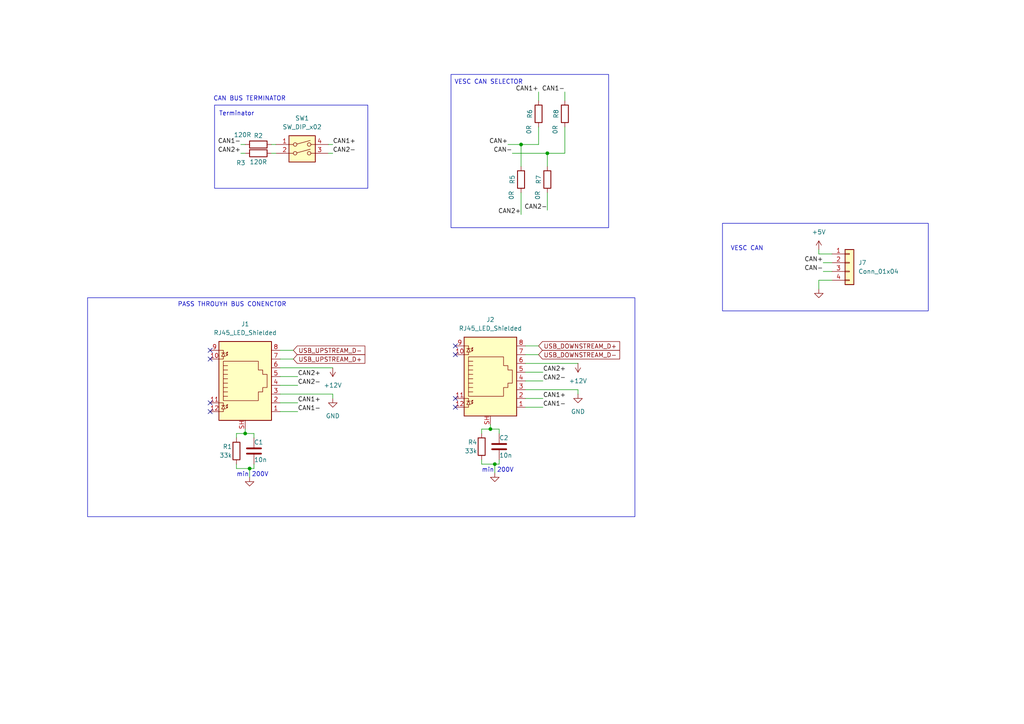
<source format=kicad_sch>
(kicad_sch (version 20231120) (generator "eeschema") (generator_version "8.0")
  (paper "A4")
  (lib_symbols
    (symbol "Connector:RJ45_LED_Shielded" (pin_names (offset 1.016))
      (property "Reference" "J" (at -5.08 13.97 0))
      (property "Value" "RJ45_LED_Shielded" (at 1.27 13.97 0))
      (symbol "RJ45_LED_Shielded_0_1"
        (polyline (pts (xy -7.62 -7.62) (xy -6.35 -7.62)))
        (polyline (pts (xy -7.62 -5.08) (xy -6.35 -5.08)))
        (polyline (pts (xy -7.62 7.62) (xy -6.35 7.62)))
        (polyline (pts (xy -7.62 10.16) (xy -6.35 10.16)))
        (polyline (pts (xy -6.858 -5.842) (xy -5.842 -5.842)))
        (polyline (pts (xy -6.858 9.398) (xy -5.842 9.398)))
        (polyline (pts (xy -6.35 -7.62) (xy -6.35 -6.858)))
        (polyline (pts (xy -6.35 -5.08) (xy -6.35 -5.842)))
        (polyline (pts (xy -6.35 7.62) (xy -6.35 8.382)))
        (polyline (pts (xy -6.35 10.16) (xy -6.35 9.398)))
        (polyline (pts (xy -5.08 -6.223) (xy -5.207 -6.604)))
        (polyline (pts (xy -5.08 -5.588) (xy -5.207 -5.969)))
        (polyline (pts (xy -5.08 4.445) (xy -6.35 4.445)))
        (polyline (pts (xy -5.08 5.715) (xy -6.35 5.715)))
        (polyline (pts (xy -5.08 9.017) (xy -5.207 8.636)))
        (polyline (pts (xy -5.08 9.652) (xy -5.207 9.271)))
        (polyline (pts (xy -6.35 -3.175) (xy -5.08 -3.175) (xy -5.08 -3.175)))
        (polyline (pts (xy -6.35 -1.905) (xy -5.08 -1.905) (xy -5.08 -1.905)))
        (polyline (pts (xy -6.35 -0.635) (xy -5.08 -0.635) (xy -5.08 -0.635)))
        (polyline (pts (xy -6.35 0.635) (xy -5.08 0.635) (xy -5.08 0.635)))
        (polyline (pts (xy -6.35 1.905) (xy -5.08 1.905) (xy -5.08 1.905)))
        (polyline (pts (xy -5.588 -6.731) (xy -5.08 -6.223) (xy -5.461 -6.35)))
        (polyline (pts (xy -5.588 -6.096) (xy -5.08 -5.588) (xy -5.461 -5.715)))
        (polyline (pts (xy -5.588 8.509) (xy -5.08 9.017) (xy -5.461 8.89)))
        (polyline (pts (xy -5.588 9.144) (xy -5.08 9.652) (xy -5.461 9.525)))
        (polyline (pts (xy -5.08 3.175) (xy -6.35 3.175) (xy -6.35 3.175)))
        (polyline (pts (xy -6.35 -5.842) (xy -6.858 -6.858) (xy -5.842 -6.858) (xy -6.35 -5.842)))
        (polyline (pts (xy -6.35 9.398) (xy -6.858 8.382) (xy -5.842 8.382) (xy -6.35 9.398)))
        (polyline (pts (xy -6.35 -4.445) (xy -6.35 6.985) (xy 3.81 6.985) (xy 3.81 4.445) (xy 5.08 4.445) (xy 5.08 3.175) (xy 6.35 3.175) (xy 6.35 -0.635) (xy 5.08 -0.635) (xy 5.08 -1.905) (xy 3.81 -1.905) (xy 3.81 -4.445) (xy -6.35 -4.445) (xy -6.35 -4.445)))
        (rectangle (start 7.62 12.7) (end -7.62 -10.16) (stroke (width 0.254)) (fill (type background)))
      )
      (symbol "RJ45_LED_Shielded_1_1"
        (pin passive line (at 10.16 -7.62 180) (length 2.54) (name "~") (number "1"))
        (pin passive line (at -10.16 7.62 0) (length 2.54) (name "~") (number "10"))
        (pin passive line (at -10.16 -5.08 0) (length 2.54) (name "~") (number "11"))
        (pin passive line (at -10.16 -7.62 0) (length 2.54) (name "~") (number "12"))
        (pin passive line (at 10.16 -5.08 180) (length 2.54) (name "~") (number "2"))
        (pin passive line (at 10.16 -2.54 180) (length 2.54) (name "~") (number "3"))
        (pin passive line (at 10.16 0 180) (length 2.54) (name "~") (number "4"))
        (pin passive line (at 10.16 2.54 180) (length 2.54) (name "~") (number "5"))
        (pin passive line (at 10.16 5.08 180) (length 2.54) (name "~") (number "6"))
        (pin passive line (at 10.16 7.62 180) (length 2.54) (name "~") (number "7"))
        (pin passive line (at 10.16 10.16 180) (length 2.54) (name "~") (number "8"))
        (pin passive line (at -10.16 10.16 0) (length 2.54) (name "~") (number "9"))
        (pin passive line (at 0 -12.7 90) (length 2.54) (name "~") (number "SH"))
      )
    )
    (symbol "Connector_Generic:Conn_01x04" (pin_names (offset 1.016) hide)
      (property "Reference" "J" (at 0 5.08 0))
      (property "Value" "Conn_01x04" (at 0 -7.62 0))
      (symbol "Conn_01x04_1_1"
        (rectangle (start -1.27 -4.953) (end 0 -5.207) (stroke (width 0.1524)))
        (rectangle (start -1.27 -2.413) (end 0 -2.667) (stroke (width 0.1524)))
        (rectangle (start -1.27 0.127) (end 0 -0.127) (stroke (width 0.1524)))
        (rectangle (start -1.27 2.667) (end 0 2.413) (stroke (width 0.1524)))
        (rectangle (start -1.27 3.81) (end 1.27 -6.35) (stroke (width 0.254)) (fill (type background)))
        (pin passive line (at -5.08 2.54 0) (length 3.81) (name "Pin_1") (number "1"))
        (pin passive line (at -5.08 0 0) (length 3.81) (name "Pin_2") (number "2"))
        (pin passive line (at -5.08 -2.54 0) (length 3.81) (name "Pin_3") (number "3"))
        (pin passive line (at -5.08 -5.08 0) (length 3.81) (name "Pin_4") (number "4"))
      )
    )
    (symbol "Device:C" (pin_numbers hide) (pin_names (offset 0.254))
      (property "Reference" "C" (at 0.635 2.54 0))
      (property "Value" "C" (at 0.635 -2.54 0))
      (symbol "C_0_1"
        (polyline (pts (xy -2.032 -0.762) (xy 2.032 -0.762)) (stroke (width 0.508)))
        (polyline (pts (xy -2.032 0.762) (xy 2.032 0.762)) (stroke (width 0.508)))
      )
      (symbol "C_1_1"
        (pin passive line (at 0 3.81 270) (length 2.794) (name "~") (number "1"))
        (pin passive line (at 0 -3.81 90) (length 2.794) (name "~") (number "2"))
      )
    )
    (symbol "Device:R" (pin_numbers hide) (pin_names (offset 0))
      (property "Reference" "R" (at 2.032 0 90))
      (property "Value" "R" (at 0 0 90))
      (symbol "R_0_1"
        (rectangle (start -1.016 -2.54) (end 1.016 2.54) (stroke (width 0.254)))
      )
      (symbol "R_1_1"
        (pin passive line (at 0 3.81 270) (length 1.27) (name "~") (number "1"))
        (pin passive line (at 0 -3.81 90) (length 1.27) (name "~") (number "2"))
      )
    )
    (symbol "Switch:SW_DIP_x02" (pin_names (offset 0) hide)
      (property "Reference" "SW" (at 0 6.35 0))
      (property "Value" "SW_DIP_x02" (at 0 -3.81 0))
      (symbol "SW_DIP_x02_0_0"
        (circle (center -2.032 0) (radius 0.508))
        (circle (center -2.032 2.54) (radius 0.508))
        (polyline (pts (xy -1.524 0.127) (xy 2.3622 1.1684)))
        (polyline (pts (xy -1.524 2.667) (xy 2.3622 3.7084)))
        (circle (center 2.032 0) (radius 0.508))
        (circle (center 2.032 2.54) (radius 0.508))
      )
      (symbol "SW_DIP_x02_0_1"
        (rectangle (start -3.81 5.08) (end 3.81 -2.54) (stroke (width 0.254)) (fill (type background)))
      )
      (symbol "SW_DIP_x02_1_1"
        (pin passive line (at -7.62 2.54 0) (length 5.08) (name "~") (number "1"))
        (pin passive line (at -7.62 0 0) (length 5.08) (name "~") (number "2"))
        (pin passive line (at 7.62 0 180) (length 5.08) (name "~") (number "3"))
        (pin passive line (at 7.62 2.54 180) (length 5.08) (name "~") (number "4"))
      )
    )
    (symbol "power:+12V" (power) (pin_numbers hide) (pin_names (offset 0) hide)
      (property "Value" "+12V" (at 0 3.556 0))
      (symbol "+12V_0_1"
        (polyline (pts (xy -0.762 1.27) (xy 0 2.54)))
        (polyline (pts (xy 0 0) (xy 0 2.54)))
        (polyline (pts (xy 0 2.54) (xy 0.762 1.27)))
      )
      (symbol "+12V_1_1"
        (pin power_in line (at 0 0 90) (length 0) (name "~") (number "1"))
      )
    )
    (symbol "power:+5V" (power) (pin_numbers hide) (pin_names (offset 0) hide)
      (property "Value" "+5V" (at 0 3.556 0))
      (symbol "+5V_0_1"
        (polyline (pts (xy -0.762 1.27) (xy 0 2.54)))
        (polyline (pts (xy 0 0) (xy 0 2.54)))
        (polyline (pts (xy 0 2.54) (xy 0.762 1.27)))
      )
      (symbol "+5V_1_1"
        (pin power_in line (at 0 0 90) (length 0) (name "~") (number "1"))
      )
    )
    (symbol "power:GND" (power) (pin_names (offset 0))
      (property "Value" "GND" (at 0 -3.81 0))
      (symbol "GND_0_1"
        (polyline (pts (xy 0 0) (xy 0 -1.27) (xy 1.27 -1.27) (xy 0 -2.54) (xy -1.27 -1.27) (xy 0 -1.27)))
      )
      (symbol "GND_1_1"
        (pin power_in line (at 0 0 270) (length 0) hide (name "GND") (number "1"))
      )
    )
  )
  (junction (at 158.75 44.45))
  (junction (at 142.24 124.46))
  (junction (at 71.12 125.73))
  (junction (at 151.13 41.91))
  (junction (at 72.39 135.89))
  (junction (at 143.51 134.62))
  (no_connect (at 60.96 119.38))
  (no_connect (at 60.96 116.84))
  (no_connect (at 132.08 102.87))
  (no_connect (at 60.96 104.14))
  (no_connect (at 132.08 100.33))
  (no_connect (at 132.08 118.11))
  (no_connect (at 60.96 101.6))
  (no_connect (at 132.08 115.57))
  (wire (pts (xy 237.49 73.66) (xy 241.3 73.66)))
  (wire (pts (xy 237.49 81.28) (xy 241.3 81.28)))
  (wire (pts (xy 81.28 101.6) (xy 85.09 101.6)))
  (wire (pts (xy 81.28 109.22) (xy 86.36 109.22)))
  (wire (pts (xy 158.75 48.26) (xy 158.75 44.45)))
  (wire (pts (xy 81.28 116.84) (xy 86.36 116.84)))
  (wire (pts (xy 71.12 124.46) (xy 71.12 125.73)))
  (wire (pts (xy 152.4 107.95) (xy 157.48 107.95)))
  (wire (pts (xy 151.13 55.88) (xy 151.13 62.23)))
  (wire (pts (xy 163.83 26.67) (xy 163.83 29.21)))
  (wire (pts (xy 78.74 44.45) (xy 80.01 44.45)))
  (wire (pts (xy 156.21 36.83) (xy 156.21 41.91)))
  (wire (pts (xy 152.4 118.11) (xy 157.48 118.11)))
  (wire (pts (xy 68.58 135.89) (xy 72.39 135.89)))
  (wire (pts (xy 68.58 134.62) (xy 68.58 135.89)))
  (wire (pts (xy 96.52 114.3) (xy 96.52 115.57)))
  (wire (pts (xy 237.49 72.39) (xy 237.49 73.66)))
  (wire (pts (xy 147.32 41.91) (xy 151.13 41.91)))
  (wire (pts (xy 142.24 124.46) (xy 144.78 124.46)))
  (wire (pts (xy 151.13 41.91) (xy 151.13 48.26)))
  (wire (pts (xy 73.66 125.73) (xy 73.66 127)))
  (wire (pts (xy 73.66 135.89) (xy 73.66 134.62)))
  (wire (pts (xy 72.39 135.89) (xy 72.39 138.43)))
  (wire (pts (xy 237.49 83.82) (xy 237.49 81.28)))
  (wire (pts (xy 69.85 41.91) (xy 71.12 41.91)))
  (wire (pts (xy 81.28 119.38) (xy 86.36 119.38)))
  (wire (pts (xy 144.78 134.62) (xy 144.78 133.35)))
  (wire (pts (xy 163.83 36.83) (xy 163.83 44.45)))
  (wire (pts (xy 167.64 113.03) (xy 167.64 114.3)))
  (wire (pts (xy 238.76 76.2) (xy 241.3 76.2)))
  (wire (pts (xy 139.7 124.46) (xy 139.7 125.73)))
  (wire (pts (xy 148.59 44.45) (xy 158.75 44.45)))
  (wire (pts (xy 152.4 110.49) (xy 157.48 110.49)))
  (wire (pts (xy 71.12 125.73) (xy 73.66 125.73)))
  (wire (pts (xy 71.12 125.73) (xy 68.58 125.73)))
  (wire (pts (xy 139.7 133.35) (xy 139.7 134.62)))
  (wire (pts (xy 151.13 41.91) (xy 156.21 41.91)))
  (wire (pts (xy 143.51 134.62) (xy 144.78 134.62)))
  (wire (pts (xy 152.4 100.33) (xy 156.21 100.33)))
  (wire (pts (xy 68.58 125.73) (xy 68.58 127)))
  (wire (pts (xy 81.28 104.14) (xy 85.09 104.14)))
  (wire (pts (xy 156.21 26.67) (xy 156.21 29.21)))
  (wire (pts (xy 158.75 55.88) (xy 158.75 60.96)))
  (wire (pts (xy 78.74 41.91) (xy 80.01 41.91)))
  (wire (pts (xy 81.28 114.3) (xy 96.52 114.3)))
  (wire (pts (xy 152.4 105.41) (xy 167.64 105.41)))
  (wire (pts (xy 69.85 44.45) (xy 71.12 44.45)))
  (wire (pts (xy 144.78 124.46) (xy 144.78 125.73)))
  (wire (pts (xy 142.24 124.46) (xy 139.7 124.46)))
  (wire (pts (xy 158.75 44.45) (xy 163.83 44.45)))
  (wire (pts (xy 72.39 135.89) (xy 73.66 135.89)))
  (wire (pts (xy 95.25 44.45) (xy 96.52 44.45)))
  (wire (pts (xy 152.4 102.87) (xy 156.21 102.87)))
  (wire (pts (xy 95.25 41.91) (xy 96.52 41.91)))
  (wire (pts (xy 142.24 123.19) (xy 142.24 124.46)))
  (wire (pts (xy 152.4 115.57) (xy 157.48 115.57)))
  (wire (pts (xy 143.51 134.62) (xy 143.51 137.16)))
  (wire (pts (xy 81.28 106.68) (xy 96.52 106.68)))
  (wire (pts (xy 81.28 111.76) (xy 86.36 111.76)))
  (wire (pts (xy 238.76 78.74) (xy 241.3 78.74)))
  (wire (pts (xy 139.7 134.62) (xy 143.51 134.62)))
  (wire (pts (xy 152.4 113.03) (xy 167.64 113.03)))
  (rectangle (start 209.55 64.77) (end 269.24 90.17))
  (rectangle (start 106.68 30.48) (end 62.23 54.61))
  (rectangle (start 25.4 86.36) (end 184.15 149.86))
  (rectangle (start 130.81 21.59) (end 176.53 66.04))
  (text "PASS THROUYH BUS CONENCTOR" (at 67.31 88.392 0) (effects (font (size 1.27 1.27))))
  (text "min 200V" (at 139.7 137.16 0) (effects (font (size 1.27 1.27)) (justify left bottom)))
  (text "CAN BUS TERMINATOR" (at 72.39 28.702 0) (effects (font (size 1.27 1.27))))
  (text "VESC CAN" (at 216.662 72.136 0) (effects (font (size 1.27 1.27))))
  (text "Terminator" (at 63.5 33.782 0) (effects (font (size 1.27 1.27)) (justify left bottom)))
  (text "VESC CAN SELECTOR" (at 141.732 23.876 0) (effects (font (size 1.27 1.27))))
  (text "min 200V" (at 68.58 138.43 0) (effects (font (size 1.27 1.27)) (justify left bottom)))
  (label "CAN1-" (at 69.85 41.91 180))
  (label "CAN1+" (at 157.48 115.57 0))
  (label "CAN-" (at 238.76 78.74 180))
  (label "CAN2+" (at 151.13 62.23 180))
  (label "CAN1+" (at 96.52 41.91 0))
  (label "CAN2-" (at 157.48 110.49 0))
  (label "CAN2-" (at 96.52 44.45 0))
  (label "CAN1-" (at 157.48 118.11 0))
  (label "CAN+" (at 238.76 76.2 180))
  (label "CAN2+" (at 86.36 109.22 0))
  (label "CAN1+" (at 86.36 116.84 0))
  (label "CAN1+" (at 156.21 26.67 180))
  (label "CAN+" (at 147.32 41.91 180))
  (label "CAN2-" (at 158.75 60.96 180))
  (label "CAN-" (at 148.59 44.45 180))
  (label "CAN1-" (at 86.36 119.38 0))
  (label "CAN2+" (at 157.48 107.95 0))
  (label "CAN1-" (at 163.83 26.67 180))
  (label "CAN2+" (at 69.85 44.45 180))
  (label "CAN2-" (at 86.36 111.76 0))
  (global_label "USB_UPSTREAM_D+" (shape input) (at 85.09 104.14 0) (property "Intersheetrefs" "${INTERSHEET_REFS}" (effects (hide yes))))
  (global_label "USB_UPSTREAM_D-" (shape input) (at 85.09 101.6 0) (property "Intersheetrefs" "${INTERSHEET_REFS}" (effects (hide yes))))
  (global_label "USB_DOWNSTREAM_D-" (shape input) (at 156.21 102.87 0) (property "Intersheetrefs" "${INTERSHEET_REFS}" (effects (hide yes))))
  (global_label "USB_DOWNSTREAM_D+" (shape input) (at 156.21 100.33 0) (property "Intersheetrefs" "${INTERSHEET_REFS}" (effects (hide yes))))
  (symbol (lib_id "Connector:RJ45_LED_Shielded") (at 142.24 110.49 0) (unit 1)
    (property "Reference" "J2" (at 142.24 92.71 0))
    (property "Value" "RJ45_LED_Shielded" (at 142.24 95.25 0))
    (property "Footprint" "Connector_RJ:RJ45_Amphenol_RJHSE538X" (effects (hide yes)))
    (property "Description" "RJ connector, 8P8C (8 positions 8 connected), two LEDs, Shielded" (effects (hide yes)))
  )
  (symbol (lib_id "Device:R") (at 74.93 44.45 90) (unit 1)
    (property "Reference" "R3" (at 69.85 47.244 90))
    (property "Value" "120R" (at 74.93 46.99 90))
    (property "Footprint" "Resistor_SMD:R_0603_1608Metric" (effects (hide yes)))
  )
  (symbol (lib_id "Connector:RJ45_LED_Shielded") (at 71.12 111.76 0) (unit 1)
    (property "Reference" "J1" (at 71.12 93.98 0))
    (property "Value" "RJ45_LED_Shielded" (at 71.12 96.52 0))
    (property "Footprint" "Connector_RJ:RJ45_Amphenol_RJHSE538X" (effects (hide yes)))
    (property "Description" "RJ connector, 8P8C (8 positions 8 connected), two LEDs, Shielded" (effects (hide yes)))
  )
  (symbol (lib_id "power:+12V") (at 96.52 106.68 180) (unit 1)
    (property "Reference" "#PWR02" (effects (hide yes)))
    (property "Value" "+12V" (at 96.52 111.76 0))
    (property "Description" "Power symbol creates a global label with name \"+12V\"" (effects (hide yes)))
  )
  (symbol (lib_id "power:GND") (at 96.52 115.57 0) (unit 1)
    (property "Reference" "#PWR03" (effects (hide yes)))
    (property "Value" "GND" (at 96.52 120.65 0))
    (property "Description" "Power symbol creates a global label with name \"GND\" , ground" (effects (hide yes)))
  )
  (symbol (lib_id "power:GND") (at 72.39 138.43 0) (unit 1)
    (property "Reference" "#PWR01" (effects (hide yes)))
    (property "Value" "GND" (effects (hide yes)))
  )
  (symbol (lib_id "power:+12V") (at 167.64 105.41 180) (unit 1)
    (property "Reference" "#PWR05" (effects (hide yes)))
    (property "Value" "+12V" (at 167.64 110.49 0))
    (property "Description" "Power symbol creates a global label with name \"+12V\"" (effects (hide yes)))
  )
  (symbol (lib_id "Device:C") (at 144.78 129.54 0) (unit 1)
    (property "Reference" "C2" (at 144.78 127 0) (effects (justify left)))
    (property "Value" "10n" (at 144.78 132.08 0) (effects (justify left)))
    (property "Footprint" "Capacitor_SMD:C_0402_1005Metric" (effects (hide yes)))
  )
  (symbol (lib_id "power:GND") (at 143.51 137.16 0) (unit 1)
    (property "Reference" "#PWR04" (effects (hide yes)))
    (property "Value" "GND" (effects (hide yes)))
  )
  (symbol (lib_id "Device:C") (at 73.66 130.81 0) (unit 1)
    (property "Reference" "C1" (at 73.66 128.27 0) (effects (justify left)))
    (property "Value" "10n" (at 73.66 133.35 0) (effects (justify left)))
    (property "Footprint" "Capacitor_SMD:C_0402_1005Metric" (effects (hide yes)))
  )
  (symbol (lib_id "Connector_Generic:Conn_01x04") (at 246.38 76.2 0) (unit 1)
    (property "Reference" "J7" (at 248.92 76.1999 0) (effects (justify left)))
    (property "Value" "Conn_01x04" (at 248.92 78.7399 0) (effects (justify left)))
    (property "Footprint" "Connector_PinHeader_2.54mm:PinHeader_1x04_P2.54mm_Vertical" (effects (hide yes)))
    (property "Description" "Generic connector, single row, 01x04, script generated (kicad-library-utils/schlib/autogen/connector/)" (effects (hide yes)))
  )
  (symbol (lib_id "Device:R") (at 156.21 33.02 180) (unit 1)
    (property "Reference" "R6" (at 153.67 33.02 90))
    (property "Value" "0R" (at 153.416 37.592 90))
    (property "Footprint" "Resistor_SMD:R_0603_1608Metric" (effects (hide yes)))
  )
  (symbol (lib_id "Device:R") (at 139.7 129.54 0) (unit 1)
    (property "Reference" "R4" (at 138.43 128.27 0) (effects (justify right)))
    (property "Value" "33k" (at 138.43 130.81 0) (effects (justify right)))
    (property "Footprint" "Resistor_SMD:R_0402_1005Metric" (effects (hide yes)))
  )
  (symbol (lib_id "power:GND") (at 167.64 114.3 0) (unit 1)
    (property "Reference" "#PWR06" (effects (hide yes)))
    (property "Value" "GND" (at 167.64 119.38 0))
    (property "Description" "Power symbol creates a global label with name \"GND\" , ground" (effects (hide yes)))
  )
  (symbol (lib_id "Device:R") (at 158.75 52.07 180) (unit 1)
    (property "Reference" "R7" (at 156.21 52.07 90))
    (property "Value" "0R" (at 155.956 56.642 90))
    (property "Footprint" "Resistor_SMD:R_0603_1608Metric" (effects (hide yes)))
  )
  (symbol (lib_id "power:+5V") (at 237.49 72.39 0) (unit 1)
    (property "Reference" "#PWR021" (effects (hide yes)))
    (property "Value" "+5V" (at 237.49 67.31 0))
    (property "Description" "Power symbol creates a global label with name \"+5V\"" (effects (hide yes)))
  )
  (symbol (lib_id "Device:R") (at 68.58 130.81 0) (unit 1)
    (property "Reference" "R1" (at 67.31 129.54 0) (effects (justify right)))
    (property "Value" "33k" (at 67.31 132.08 0) (effects (justify right)))
    (property "Footprint" "Resistor_SMD:R_0402_1005Metric" (effects (hide yes)))
  )
  (symbol (lib_id "Device:R") (at 74.93 41.91 90) (unit 1)
    (property "Reference" "R2" (at 74.93 39.37 90))
    (property "Value" "120R" (at 70.358 39.116 90))
    (property "Footprint" "Resistor_SMD:R_0603_1608Metric" (effects (hide yes)))
  )
  (symbol (lib_id "Device:R") (at 163.83 33.02 180) (unit 1)
    (property "Reference" "R8" (at 161.29 33.02 90))
    (property "Value" "0R" (at 161.036 37.592 90))
    (property "Footprint" "Resistor_SMD:R_0603_1608Metric" (effects (hide yes)))
  )
  (symbol (lib_id "Switch:SW_DIP_x02") (at 87.63 44.45 0) (unit 1)
    (property "Reference" "SW1" (at 87.63 34.29 0))
    (property "Value" "SW_DIP_x02" (at 87.63 36.83 0))
    (property "Footprint" "Button_Switch_THT:SW_DIP_SPSTx02_Slide_6.7x6.64mm_W7.62mm_P2.54mm_LowProfile" (effects (hide yes)))
    (property "Description" "2x DIP Switch, Single Pole Single Throw (SPST) switch, small symbol" (effects (hide yes)))
  )
  (symbol (lib_id "Device:R") (at 151.13 52.07 180) (unit 1)
    (property "Reference" "R5" (at 148.59 52.07 90))
    (property "Value" "0R" (at 148.336 56.642 90))
    (property "Footprint" "Resistor_SMD:R_0603_1608Metric" (effects (hide yes)))
  )
  (symbol (lib_id "power:GND") (at 237.49 83.82 0) (unit 1)
    (property "Reference" "#PWR07" (effects (hide yes)))
    (property "Value" "GND" (effects (hide yes)))
  )
)
</source>
